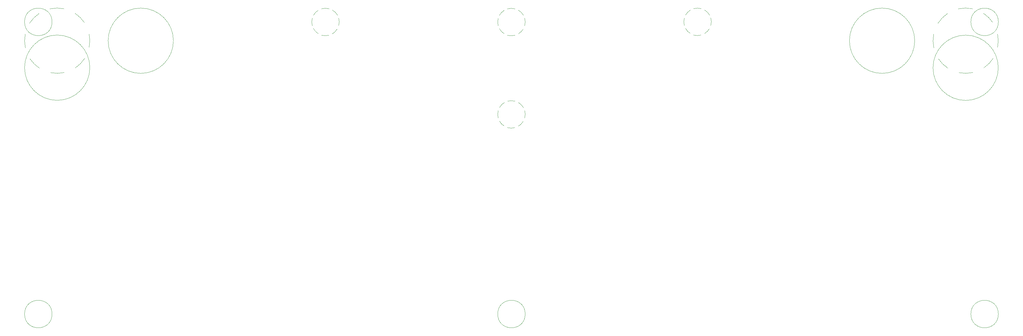
<source format=gbo>
%TF.GenerationSoftware,KiCad,Pcbnew,(6.0.1-0)*%
%TF.CreationDate,2022-02-13T08:09:00+09:00*%
%TF.ProjectId,Nora_plate_bottom,4e6f7261-5f70-46c6-9174-655f626f7474,v.1 (042)*%
%TF.SameCoordinates,Original*%
%TF.FileFunction,Legend,Bot*%
%TF.FilePolarity,Positive*%
%FSLAX46Y46*%
G04 Gerber Fmt 4.6, Leading zero omitted, Abs format (unit mm)*
G04 Created by KiCad (PCBNEW (6.0.1-0)) date 2022-02-13 08:09:00*
%MOMM*%
%LPD*%
G01*
G04 APERTURE LIST*
%ADD10C,0.120000*%
G04 APERTURE END LIST*
D10*
X299650000Y-21875000D02*
G75*
G03*
X299650000Y-21875000I-4000000J0D01*
G01*
X59525000Y-27350000D02*
G75*
G03*
X59525000Y-27350000I-9500000J0D01*
G01*
X282225001Y-32649999D02*
G75*
G03*
X284937069Y-35324042I7900020J5300020D01*
G01*
X299424999Y-29249999D02*
G75*
G03*
X299424999Y-25449999I-9299999J1900000D01*
G01*
X280825001Y-25450001D02*
G75*
G03*
X280870921Y-29462345I9300011J-1899999D01*
G01*
X295424999Y-35249999D02*
G75*
G03*
X298146744Y-32463862I-5300008J7900006D01*
G01*
X288225001Y-36649999D02*
G75*
G03*
X292194560Y-36613741I1899999J9299991D01*
G01*
X284825001Y-19450001D02*
G75*
G03*
X282086579Y-22262391I5299996J-7899997D01*
G01*
X298024999Y-22050001D02*
G75*
G03*
X295355430Y-19403770I-7900005J-5300006D01*
G01*
X292124999Y-18050001D02*
G75*
G03*
X288008088Y-18075914I-2000000J-9299992D01*
G01*
X35200000Y-35200000D02*
G75*
G03*
X35200000Y-35200000I-9500000J0D01*
G01*
X299625000Y-35225000D02*
G75*
G03*
X299625000Y-35225000I-9500000J0D01*
G01*
X159920732Y-52250000D02*
G75*
G03*
X161325000Y-50850000I-2197177J3608150D01*
G01*
X16400001Y-25450001D02*
G75*
G03*
X16445921Y-29462345I9300011J-1899999D01*
G01*
X24200000Y-106900000D02*
G75*
G03*
X24200000Y-106900000I-4000000J0D01*
G01*
X27699999Y-18050001D02*
G75*
G03*
X23583088Y-18075914I-2000000J-9299992D01*
G01*
X215944483Y-22910000D02*
G75*
G03*
X215944483Y-20710000I-3812491J1100000D01*
G01*
X33599999Y-22050001D02*
G75*
G03*
X30930430Y-19403770I-7900005J-5300006D01*
G01*
X161425000Y-19975000D02*
G75*
G03*
X159975000Y-18475000I-3448252J-1882477D01*
G01*
X155825000Y-18501390D02*
G75*
G03*
X154425000Y-19975000I1958224J-3262245D01*
G01*
X161769483Y-22975000D02*
G75*
G03*
X161769483Y-20775000I-3812491J1100000D01*
G01*
X20400001Y-19450001D02*
G75*
G03*
X17661579Y-22262391I5299996J-7899997D01*
G01*
X154075000Y-47700000D02*
G75*
G03*
X154075000Y-49900000I3806631J-1100000D01*
G01*
X105793984Y-25350000D02*
G75*
G03*
X107198252Y-23950000I-2197177J3608150D01*
G01*
X210900000Y-25710000D02*
G75*
G03*
X213100000Y-25710000I1100000J4259442D01*
G01*
X159920732Y-25375000D02*
G75*
G03*
X161325000Y-23975000I-2197177J3608150D01*
G01*
X30999999Y-35249999D02*
G75*
G03*
X33721744Y-32463862I-5300008J7900006D01*
G01*
X215600000Y-19910000D02*
G75*
G03*
X214150000Y-18410000I-3448252J-1882477D01*
G01*
X214095732Y-25310000D02*
G75*
G03*
X215500000Y-23910000I-2197177J3608150D01*
G01*
X154425000Y-50700000D02*
G75*
G03*
X155775000Y-52150000I3060244J1495744D01*
G01*
X155825000Y-45376390D02*
G75*
G03*
X154425000Y-46850000I1958224J-3262245D01*
G01*
X154075000Y-20825000D02*
G75*
G03*
X154075000Y-23025000I3806631J-1100000D01*
G01*
X100298252Y-23800000D02*
G75*
G03*
X101648252Y-25250000I3060244J1495744D01*
G01*
X24200000Y-21875000D02*
G75*
G03*
X24200000Y-21875000I-4000000J0D01*
G01*
X17800001Y-32649999D02*
G75*
G03*
X20512069Y-35324042I7900020J5300020D01*
G01*
X104848252Y-18055517D02*
G75*
G03*
X102648252Y-18055517I-1100000J-3812491D01*
G01*
X101698252Y-18476390D02*
G75*
G03*
X100298252Y-19950000I1958224J-3262245D01*
G01*
X107642735Y-22950000D02*
G75*
G03*
X107642735Y-20750000I-3812491J1100000D01*
G01*
X161425000Y-46850000D02*
G75*
G03*
X159975000Y-45350000I-3448252J-1882477D01*
G01*
X23800001Y-36649999D02*
G75*
G03*
X27769560Y-36613741I1899999J9299991D01*
G01*
X107298252Y-19950000D02*
G75*
G03*
X105848252Y-18450000I-3448252J-1882477D01*
G01*
X154425000Y-23825000D02*
G75*
G03*
X155775000Y-25275000I3060244J1495744D01*
G01*
X208600000Y-23760000D02*
G75*
G03*
X209950000Y-25210000I3060244J1495744D01*
G01*
X208250000Y-20760000D02*
G75*
G03*
X208250000Y-22960000I3806631J-1100000D01*
G01*
X34999999Y-29249999D02*
G75*
G03*
X34999999Y-25449999I-9299999J1900000D01*
G01*
X161925000Y-106900000D02*
G75*
G03*
X161925000Y-106900000I-4000000J0D01*
G01*
X156725000Y-25775000D02*
G75*
G03*
X158925000Y-25775000I1100000J4259442D01*
G01*
X158975000Y-18080517D02*
G75*
G03*
X156775000Y-18080517I-1100000J-3812491D01*
G01*
X158975000Y-44955517D02*
G75*
G03*
X156775000Y-44955517I-1100000J-3812491D01*
G01*
X299650000Y-106900000D02*
G75*
G03*
X299650000Y-106900000I-4000000J0D01*
G01*
X213150000Y-18015517D02*
G75*
G03*
X210950000Y-18015517I-1100000J-3812491D01*
G01*
X99948252Y-20800000D02*
G75*
G03*
X99948252Y-23000000I3806631J-1100000D01*
G01*
X275300000Y-27350000D02*
G75*
G03*
X275300000Y-27350000I-9500000J0D01*
G01*
X161769483Y-49850000D02*
G75*
G03*
X161769483Y-47650000I-3812491J1100000D01*
G01*
X102598252Y-25750000D02*
G75*
G03*
X104798252Y-25750000I1100000J4259442D01*
G01*
X156725000Y-52650000D02*
G75*
G03*
X158925000Y-52650000I1100000J4259442D01*
G01*
X210000000Y-18436390D02*
G75*
G03*
X208600000Y-19910000I1958224J-3262245D01*
G01*
M02*

</source>
